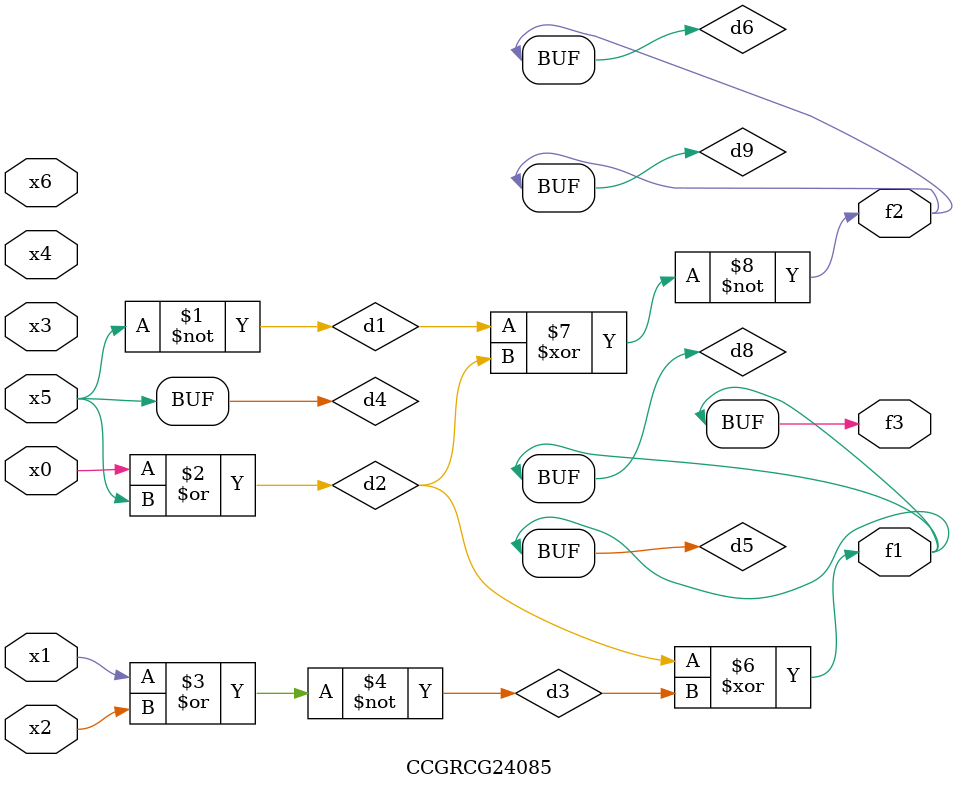
<source format=v>
module CCGRCG24085(
	input x0, x1, x2, x3, x4, x5, x6,
	output f1, f2, f3
);

	wire d1, d2, d3, d4, d5, d6, d7, d8, d9;

	nand (d1, x5);
	or (d2, x0, x5);
	nor (d3, x1, x2);
	xnor (d4, d1);
	xor (d5, d2, d3);
	xnor (d6, d1, d2);
	not (d7, x4);
	buf (d8, d5);
	xor (d9, d6);
	assign f1 = d8;
	assign f2 = d9;
	assign f3 = d8;
endmodule

</source>
